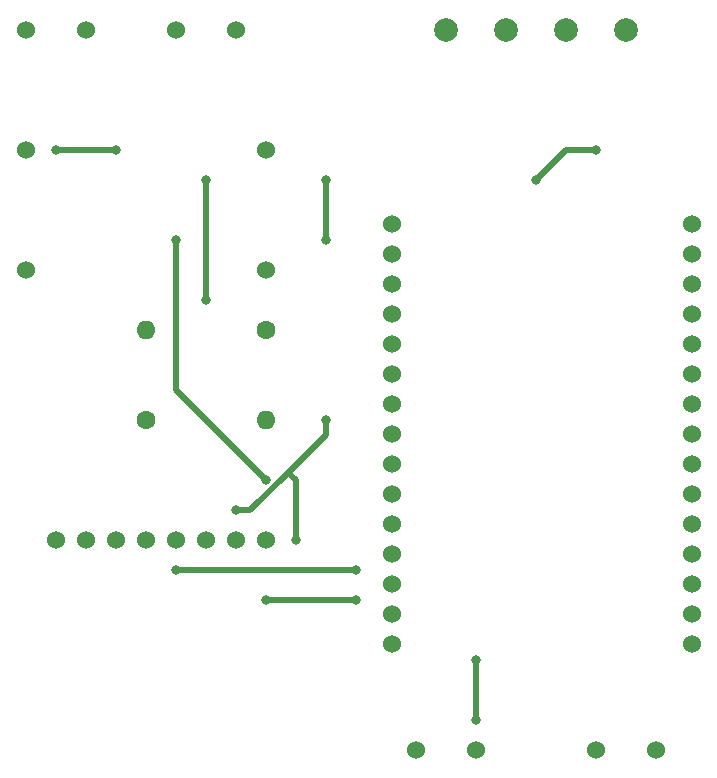
<source format=gbr>
%TF.GenerationSoftware,KiCad,Pcbnew,7.0.8*%
%TF.CreationDate,2025-10-26T00:12:12+02:00*%
%TF.ProjectId,Gyroskopicky-ovladac,4779726f-736b-46f7-9069-636b792d6f76,rev?*%
%TF.SameCoordinates,Original*%
%TF.FileFunction,Copper,L2,Bot*%
%TF.FilePolarity,Positive*%
%FSLAX46Y46*%
G04 Gerber Fmt 4.6, Leading zero omitted, Abs format (unit mm)*
G04 Created by KiCad (PCBNEW 7.0.8) date 2025-10-26 00:12:12*
%MOMM*%
%LPD*%
G01*
G04 APERTURE LIST*
%TA.AperFunction,ComponentPad*%
%ADD10C,1.524000*%
%TD*%
%TA.AperFunction,ComponentPad*%
%ADD11C,1.600000*%
%TD*%
%TA.AperFunction,ComponentPad*%
%ADD12O,1.600000X1.600000*%
%TD*%
%TA.AperFunction,ComponentPad*%
%ADD13C,2.000000*%
%TD*%
%TA.AperFunction,ViaPad*%
%ADD14C,0.800000*%
%TD*%
%TA.AperFunction,Conductor*%
%ADD15C,0.500000*%
%TD*%
G04 APERTURE END LIST*
D10*
%TO.P,Menu1,1,Pin_1*%
%TO.N,GND*%
X124460000Y-127000000D03*
%TO.P,Menu1,2,Pin_2*%
%TO.N,D23*%
X129540000Y-127000000D03*
%TD*%
D11*
%TO.P,R1,1*%
%TO.N,D34*%
X101600000Y-99060000D03*
D12*
%TO.P,R1,2*%
%TO.N,GND*%
X111760000Y-99060000D03*
%TD*%
D10*
%TO.P,Regulator3V3,1,IN-*%
%TO.N,GND*%
X111760000Y-86360000D03*
%TO.P,Regulator3V3,2,IN+*%
%TO.N,STRI*%
X111760000Y-76200000D03*
%TO.P,Regulator3V3,3,OUT-*%
%TO.N,GND*%
X91440000Y-86360000D03*
%TO.P,Regulator3V3,4,OUT+*%
%TO.N,VCC3V3*%
X91440000Y-76200000D03*
%TD*%
%TO.P,Switch1,1,Pin_1*%
%TO.N,STRI*%
X109220000Y-66040000D03*
%TO.P,Switch1,2,Pin_2*%
%TO.N,BTSI*%
X104140000Y-66040000D03*
%TD*%
D11*
%TO.P,R2,1*%
%TO.N,STRI*%
X111760000Y-91440000D03*
D12*
%TO.P,R2,2*%
%TO.N,D34*%
X101600000Y-91440000D03*
%TD*%
D10*
%TO.P,Reboot1,1,Pin_1*%
%TO.N,GND*%
X139700000Y-127000000D03*
%TO.P,Reboot1,2,Pin_2*%
%TO.N,EN*%
X144780000Y-127000000D03*
%TD*%
%TO.P,ESP1,1,3v3*%
%TO.N,VCC3V3*%
X122385000Y-82405000D03*
%TO.P,ESP1,2,GND*%
%TO.N,GND*%
X122385000Y-84945000D03*
%TO.P,ESP1,3,GPIO15*%
%TO.N,unconnected-(ESP1-GPIO15-Pad3)*%
X122385000Y-87485000D03*
%TO.P,ESP1,4,GPIO2*%
%TO.N,unconnected-(ESP1-GPIO2-Pad4)*%
X122385000Y-90025000D03*
%TO.P,ESP1,5,GPIO4*%
%TO.N,unconnected-(ESP1-GPIO4-Pad5)*%
X122385000Y-92565000D03*
%TO.P,ESP1,6,GPIO16*%
%TO.N,unconnected-(ESP1-GPIO16-Pad6)*%
X122385000Y-95105000D03*
%TO.P,ESP1,7,GPIO17*%
%TO.N,unconnected-(ESP1-GPIO17-Pad7)*%
X122385000Y-97645000D03*
%TO.P,ESP1,8,GPIO5*%
%TO.N,unconnected-(ESP1-GPIO5-Pad8)*%
X122385000Y-100185000D03*
%TO.P,ESP1,9,GPIO18*%
%TO.N,unconnected-(ESP1-GPIO18-Pad9)*%
X122385000Y-102725000D03*
%TO.P,ESP1,10,GPIO19*%
%TO.N,unconnected-(ESP1-GPIO19-Pad10)*%
X122385000Y-105265000D03*
%TO.P,ESP1,11,GPIO21*%
%TO.N,SDA*%
X122385000Y-107805000D03*
%TO.P,ESP1,12,RX0*%
%TO.N,unconnected-(ESP1-RX0-Pad12)*%
X122385000Y-110345000D03*
%TO.P,ESP1,13,TX0*%
%TO.N,unconnected-(ESP1-TX0-Pad13)*%
X122385000Y-112885000D03*
%TO.P,ESP1,14,GPIO22*%
%TO.N,SCL*%
X122385000Y-115425000D03*
%TO.P,ESP1,15,GPIO23*%
%TO.N,D23*%
X122385000Y-117965000D03*
%TO.P,ESP1,16,VN*%
%TO.N,unconnected-(ESP1-VN-Pad16)*%
X147785000Y-82405000D03*
%TO.P,ESP1,17,GND*%
%TO.N,unconnected-(ESP1-GND-Pad17)*%
X147785000Y-84945000D03*
%TO.P,ESP1,18,GPIO13*%
%TO.N,unconnected-(ESP1-GPIO13-Pad18)*%
X147785000Y-87485000D03*
%TO.P,ESP1,19,GPIO12*%
%TO.N,unconnected-(ESP1-GPIO12-Pad19)*%
X147785000Y-90025000D03*
%TO.P,ESP1,20,GPIO14*%
%TO.N,unconnected-(ESP1-GPIO14-Pad20)*%
X147785000Y-92565000D03*
%TO.P,ESP1,21,GPIO27*%
%TO.N,unconnected-(ESP1-GPIO27-Pad21)*%
X147785000Y-95105000D03*
%TO.P,ESP1,22,GPIO26*%
%TO.N,unconnected-(ESP1-GPIO26-Pad22)*%
X147785000Y-97645000D03*
%TO.P,ESP1,23,GPIO25*%
%TO.N,unconnected-(ESP1-GPIO25-Pad23)*%
X147785000Y-100185000D03*
%TO.P,ESP1,24,GPIO33*%
%TO.N,unconnected-(ESP1-GPIO33-Pad24)*%
X147785000Y-102725000D03*
%TO.P,ESP1,25,GPIO32*%
%TO.N,unconnected-(ESP1-GPIO32-Pad25)*%
X147785000Y-105265000D03*
%TO.P,ESP1,26,GPIO35*%
%TO.N,unconnected-(ESP1-GPIO35-Pad26)*%
X147785000Y-107805000D03*
%TO.P,ESP1,27,GPIO34*%
%TO.N,D34*%
X147785000Y-110345000D03*
%TO.P,ESP1,28,VN*%
%TO.N,unconnected-(ESP1-VN-Pad28)*%
X147785000Y-112885000D03*
%TO.P,ESP1,29,VP*%
%TO.N,unconnected-(ESP1-VP-Pad29)*%
X147785000Y-115425000D03*
%TO.P,ESP1,30,EN*%
%TO.N,EN*%
X147785000Y-117965000D03*
%TD*%
%TO.P,Battery1,1,Pin_1*%
%TO.N,GND*%
X91440000Y-66040000D03*
%TO.P,Battery1,2,Pin_2*%
%TO.N,BTSI*%
X96520000Y-66040000D03*
%TD*%
D13*
%TO.P,OLED1,1,Pin_1*%
%TO.N,SDA*%
X142240000Y-66040000D03*
%TO.P,OLED1,2,Pin_2*%
%TO.N,SCL*%
X137160000Y-66040000D03*
%TO.P,OLED1,3,Pin_3*%
%TO.N,VCC3V3*%
X132080000Y-66040000D03*
%TO.P,OLED1,4,Pin_4*%
%TO.N,GND*%
X127000000Y-66040000D03*
%TD*%
D10*
%TO.P,MPU1,1,VCC*%
%TO.N,VCC3V3*%
X111760000Y-109220000D03*
%TO.P,MPU1,2,GND*%
%TO.N,GND*%
X109220000Y-109220000D03*
%TO.P,MPU1,3,SCL*%
%TO.N,SCL*%
X106680000Y-109220000D03*
%TO.P,MPU1,4,SDA*%
%TO.N,SDA*%
X104140000Y-109220000D03*
%TO.P,MPU1,5,XDA*%
%TO.N,unconnected-(MPU1-XDA-Pad5)*%
X101600000Y-109220000D03*
%TO.P,MPU1,6,XCL*%
%TO.N,unconnected-(MPU1-XCL-Pad6)*%
X99060000Y-109220000D03*
%TO.P,MPU1,7,ADD*%
%TO.N,unconnected-(MPU1-ADD-Pad7)*%
X96520000Y-109220000D03*
%TO.P,MPU1,8,INT*%
%TO.N,unconnected-(MPU1-INT-Pad8)*%
X93980000Y-109220000D03*
%TD*%
D14*
%TO.N,GND*%
X109220000Y-106680000D03*
X116840000Y-99060000D03*
X116840000Y-78740000D03*
X116840000Y-83820000D03*
X114300000Y-109220000D03*
%TO.N,VCC3V3*%
X104140000Y-83820000D03*
X93980000Y-76200000D03*
X111760000Y-104140000D03*
X99060000Y-76200000D03*
%TO.N,SDA*%
X119380000Y-111760000D03*
X104140000Y-111760000D03*
X139700000Y-76200000D03*
X134620000Y-78740000D03*
%TO.N,SCL*%
X119380000Y-114300000D03*
X111760000Y-114300000D03*
%TO.N,D23*%
X129540000Y-119380000D03*
X129540000Y-124460000D03*
%TO.N,STRI*%
X106680000Y-78740000D03*
X106680000Y-88900000D03*
%TD*%
D15*
%TO.N,GND*%
X109220000Y-106680000D02*
X110422082Y-106680000D01*
X114300000Y-109220000D02*
X114300000Y-104140000D01*
X114300000Y-104140000D02*
X113631041Y-103471041D01*
X116840000Y-100262082D02*
X116840000Y-99060000D01*
X113631041Y-103471041D02*
X116840000Y-100262082D01*
X116840000Y-78740000D02*
X116840000Y-83820000D01*
X110422082Y-106680000D02*
X113631041Y-103471041D01*
%TO.N,VCC3V3*%
X111760000Y-104140000D02*
X104140000Y-96520000D01*
X93980000Y-76200000D02*
X99060000Y-76200000D01*
X104140000Y-96520000D02*
X104140000Y-83820000D01*
%TO.N,SDA*%
X134620000Y-78740000D02*
X137160000Y-76200000D01*
X137160000Y-76200000D02*
X139700000Y-76200000D01*
X104140000Y-111760000D02*
X119380000Y-111760000D01*
%TO.N,SCL*%
X111760000Y-114300000D02*
X119380000Y-114300000D01*
%TO.N,D23*%
X129540000Y-119380000D02*
X129540000Y-124460000D01*
%TO.N,STRI*%
X106680000Y-88900000D02*
X106680000Y-78740000D01*
%TD*%
M02*

</source>
